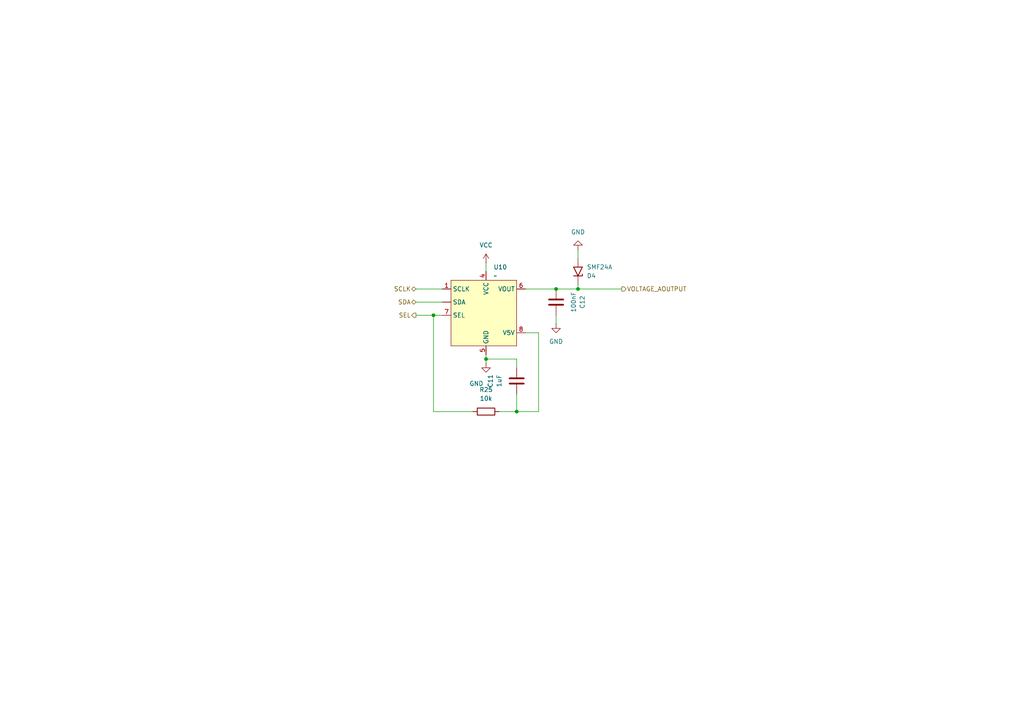
<source format=kicad_sch>
(kicad_sch
	(version 20250114)
	(generator "eeschema")
	(generator_version "9.0")
	(uuid "0bcaadb4-7b99-45cf-8ba8-705eb27bff83")
	(paper "A4")
	(lib_symbols
		(symbol "Device:C"
			(pin_numbers
				(hide yes)
			)
			(pin_names
				(offset 0.254)
			)
			(exclude_from_sim no)
			(in_bom yes)
			(on_board yes)
			(property "Reference" "C"
				(at 0.635 2.54 0)
				(effects
					(font
						(size 1.27 1.27)
					)
					(justify left)
				)
			)
			(property "Value" "C"
				(at 0.635 -2.54 0)
				(effects
					(font
						(size 1.27 1.27)
					)
					(justify left)
				)
			)
			(property "Footprint" ""
				(at 0.9652 -3.81 0)
				(effects
					(font
						(size 1.27 1.27)
					)
					(hide yes)
				)
			)
			(property "Datasheet" "~"
				(at 0 0 0)
				(effects
					(font
						(size 1.27 1.27)
					)
					(hide yes)
				)
			)
			(property "Description" "Unpolarized capacitor"
				(at 0 0 0)
				(effects
					(font
						(size 1.27 1.27)
					)
					(hide yes)
				)
			)
			(property "ki_keywords" "cap capacitor"
				(at 0 0 0)
				(effects
					(font
						(size 1.27 1.27)
					)
					(hide yes)
				)
			)
			(property "ki_fp_filters" "C_*"
				(at 0 0 0)
				(effects
					(font
						(size 1.27 1.27)
					)
					(hide yes)
				)
			)
			(symbol "C_0_1"
				(polyline
					(pts
						(xy -2.032 0.762) (xy 2.032 0.762)
					)
					(stroke
						(width 0.508)
						(type default)
					)
					(fill
						(type none)
					)
				)
				(polyline
					(pts
						(xy -2.032 -0.762) (xy 2.032 -0.762)
					)
					(stroke
						(width 0.508)
						(type default)
					)
					(fill
						(type none)
					)
				)
			)
			(symbol "C_1_1"
				(pin passive line
					(at 0 3.81 270)
					(length 2.794)
					(name "~"
						(effects
							(font
								(size 1.27 1.27)
							)
						)
					)
					(number "1"
						(effects
							(font
								(size 1.27 1.27)
							)
						)
					)
				)
				(pin passive line
					(at 0 -3.81 90)
					(length 2.794)
					(name "~"
						(effects
							(font
								(size 1.27 1.27)
							)
						)
					)
					(number "2"
						(effects
							(font
								(size 1.27 1.27)
							)
						)
					)
				)
			)
			(embedded_fonts no)
		)
		(symbol "Device:R"
			(pin_numbers
				(hide yes)
			)
			(pin_names
				(offset 0)
			)
			(exclude_from_sim no)
			(in_bom yes)
			(on_board yes)
			(property "Reference" "R"
				(at 2.032 0 90)
				(effects
					(font
						(size 1.27 1.27)
					)
				)
			)
			(property "Value" "R"
				(at 0 0 90)
				(effects
					(font
						(size 1.27 1.27)
					)
				)
			)
			(property "Footprint" ""
				(at -1.778 0 90)
				(effects
					(font
						(size 1.27 1.27)
					)
					(hide yes)
				)
			)
			(property "Datasheet" "~"
				(at 0 0 0)
				(effects
					(font
						(size 1.27 1.27)
					)
					(hide yes)
				)
			)
			(property "Description" "Resistor"
				(at 0 0 0)
				(effects
					(font
						(size 1.27 1.27)
					)
					(hide yes)
				)
			)
			(property "ki_keywords" "R res resistor"
				(at 0 0 0)
				(effects
					(font
						(size 1.27 1.27)
					)
					(hide yes)
				)
			)
			(property "ki_fp_filters" "R_*"
				(at 0 0 0)
				(effects
					(font
						(size 1.27 1.27)
					)
					(hide yes)
				)
			)
			(symbol "R_0_1"
				(rectangle
					(start -1.016 -2.54)
					(end 1.016 2.54)
					(stroke
						(width 0.254)
						(type default)
					)
					(fill
						(type none)
					)
				)
			)
			(symbol "R_1_1"
				(pin passive line
					(at 0 3.81 270)
					(length 1.27)
					(name "~"
						(effects
							(font
								(size 1.27 1.27)
							)
						)
					)
					(number "1"
						(effects
							(font
								(size 1.27 1.27)
							)
						)
					)
				)
				(pin passive line
					(at 0 -3.81 90)
					(length 1.27)
					(name "~"
						(effects
							(font
								(size 1.27 1.27)
							)
						)
					)
					(number "2"
						(effects
							(font
								(size 1.27 1.27)
							)
						)
					)
				)
			)
			(embedded_fonts no)
		)
		(symbol "Diode:SMF24A"
			(pin_numbers
				(hide yes)
			)
			(pin_names
				(offset 1.016)
				(hide yes)
			)
			(exclude_from_sim no)
			(in_bom yes)
			(on_board yes)
			(property "Reference" "D"
				(at 0 2.54 0)
				(effects
					(font
						(size 1.27 1.27)
					)
				)
			)
			(property "Value" "SMF24A"
				(at 0 -2.54 0)
				(effects
					(font
						(size 1.27 1.27)
					)
				)
			)
			(property "Footprint" "Diode_SMD:D_SMF"
				(at 0 -5.08 0)
				(effects
					(font
						(size 1.27 1.27)
					)
					(hide yes)
				)
			)
			(property "Datasheet" "https://www.vishay.com/doc?85881"
				(at -1.27 0 0)
				(effects
					(font
						(size 1.27 1.27)
					)
					(hide yes)
				)
			)
			(property "Description" "200W unidirectional Transil Transient Voltage Suppressor, 24Vrwm, SMF"
				(at 0 0 0)
				(effects
					(font
						(size 1.27 1.27)
					)
					(hide yes)
				)
			)
			(property "ki_keywords" "diode TVS voltage suppressor"
				(at 0 0 0)
				(effects
					(font
						(size 1.27 1.27)
					)
					(hide yes)
				)
			)
			(property "ki_fp_filters" "D*SMF*"
				(at 0 0 0)
				(effects
					(font
						(size 1.27 1.27)
					)
					(hide yes)
				)
			)
			(symbol "SMF24A_0_1"
				(polyline
					(pts
						(xy -0.762 1.27) (xy -1.27 1.27) (xy -1.27 -1.27)
					)
					(stroke
						(width 0.254)
						(type default)
					)
					(fill
						(type none)
					)
				)
				(polyline
					(pts
						(xy 1.27 1.27) (xy 1.27 -1.27) (xy -1.27 0) (xy 1.27 1.27)
					)
					(stroke
						(width 0.254)
						(type default)
					)
					(fill
						(type none)
					)
				)
			)
			(symbol "SMF24A_1_1"
				(pin passive line
					(at -3.81 0 0)
					(length 2.54)
					(name "A1"
						(effects
							(font
								(size 1.27 1.27)
							)
						)
					)
					(number "1"
						(effects
							(font
								(size 1.27 1.27)
							)
						)
					)
				)
				(pin passive line
					(at 3.81 0 180)
					(length 2.54)
					(name "A2"
						(effects
							(font
								(size 1.27 1.27)
							)
						)
					)
					(number "2"
						(effects
							(font
								(size 1.27 1.27)
							)
						)
					)
				)
			)
			(embedded_fonts no)
		)
		(symbol "Riqi_Parts:GP8201S"
			(exclude_from_sim no)
			(in_bom yes)
			(on_board yes)
			(property "Reference" "U"
				(at 0 0 0)
				(effects
					(font
						(size 1.27 1.27)
					)
				)
			)
			(property "Value" ""
				(at 0 0 0)
				(effects
					(font
						(size 1.27 1.27)
					)
				)
			)
			(property "Footprint" "Riqi_Parts:eSOP-8"
				(at 0 0 0)
				(effects
					(font
						(size 1.27 1.27)
					)
					(hide yes)
				)
			)
			(property "Datasheet" "https://lcsc.com/datasheet/lcsc_datasheet_2410121507_Guestgood-GP8201S-TC50-EW_C5240058.pdf"
				(at 0 0 0)
				(effects
					(font
						(size 1.27 1.27)
					)
					(hide yes)
				)
			)
			(property "Description" ""
				(at 0 0 0)
				(effects
					(font
						(size 1.27 1.27)
					)
					(hide yes)
				)
			)
			(symbol "GP8201S_1_1"
				(rectangle
					(start -3.81 -1.27)
					(end 15.24 -20.32)
					(stroke
						(width 0)
						(type solid)
					)
					(fill
						(type background)
					)
				)
				(pin passive line
					(at -6.35 -3.81 0)
					(length 2.54)
					(name "SCLK"
						(effects
							(font
								(size 1.27 1.27)
							)
						)
					)
					(number "1"
						(effects
							(font
								(size 1.27 1.27)
							)
						)
					)
				)
				(pin passive line
					(at -6.35 -7.62 0)
					(length 2.54)
					(name "SDA"
						(effects
							(font
								(size 1.27 1.27)
							)
						)
					)
					(number ""
						(effects
							(font
								(size 1.27 1.27)
							)
						)
					)
				)
				(pin passive line
					(at -6.35 -11.43 0)
					(length 2.54)
					(name "SEL"
						(effects
							(font
								(size 1.27 1.27)
							)
						)
					)
					(number "7"
						(effects
							(font
								(size 1.27 1.27)
							)
						)
					)
				)
				(pin passive line
					(at 6.35 1.27 270)
					(length 2.54)
					(name "VCC"
						(effects
							(font
								(size 1.27 1.27)
							)
						)
					)
					(number "4"
						(effects
							(font
								(size 1.27 1.27)
							)
						)
					)
				)
				(pin passive line
					(at 6.35 -22.86 90)
					(length 2.54)
					(name "GND"
						(effects
							(font
								(size 1.27 1.27)
							)
						)
					)
					(number "5"
						(effects
							(font
								(size 1.27 1.27)
							)
						)
					)
				)
				(pin passive line
					(at 17.78 -3.81 180)
					(length 2.54)
					(name "VOUT"
						(effects
							(font
								(size 1.27 1.27)
							)
						)
					)
					(number "6"
						(effects
							(font
								(size 1.27 1.27)
							)
						)
					)
				)
				(pin passive line
					(at 17.78 -16.51 180)
					(length 2.54)
					(name "V5V"
						(effects
							(font
								(size 1.27 1.27)
							)
						)
					)
					(number "8"
						(effects
							(font
								(size 1.27 1.27)
							)
						)
					)
				)
			)
			(embedded_fonts no)
		)
		(symbol "power:GND"
			(power)
			(pin_numbers
				(hide yes)
			)
			(pin_names
				(offset 0)
				(hide yes)
			)
			(exclude_from_sim no)
			(in_bom yes)
			(on_board yes)
			(property "Reference" "#PWR"
				(at 0 -6.35 0)
				(effects
					(font
						(size 1.27 1.27)
					)
					(hide yes)
				)
			)
			(property "Value" "GND"
				(at 0 -3.81 0)
				(effects
					(font
						(size 1.27 1.27)
					)
				)
			)
			(property "Footprint" ""
				(at 0 0 0)
				(effects
					(font
						(size 1.27 1.27)
					)
					(hide yes)
				)
			)
			(property "Datasheet" ""
				(at 0 0 0)
				(effects
					(font
						(size 1.27 1.27)
					)
					(hide yes)
				)
			)
			(property "Description" "Power symbol creates a global label with name \"GND\" , ground"
				(at 0 0 0)
				(effects
					(font
						(size 1.27 1.27)
					)
					(hide yes)
				)
			)
			(property "ki_keywords" "global power"
				(at 0 0 0)
				(effects
					(font
						(size 1.27 1.27)
					)
					(hide yes)
				)
			)
			(symbol "GND_0_1"
				(polyline
					(pts
						(xy 0 0) (xy 0 -1.27) (xy 1.27 -1.27) (xy 0 -2.54) (xy -1.27 -1.27) (xy 0 -1.27)
					)
					(stroke
						(width 0)
						(type default)
					)
					(fill
						(type none)
					)
				)
			)
			(symbol "GND_1_1"
				(pin power_in line
					(at 0 0 270)
					(length 0)
					(name "~"
						(effects
							(font
								(size 1.27 1.27)
							)
						)
					)
					(number "1"
						(effects
							(font
								(size 1.27 1.27)
							)
						)
					)
				)
			)
			(embedded_fonts no)
		)
		(symbol "power:VCC"
			(power)
			(pin_numbers
				(hide yes)
			)
			(pin_names
				(offset 0)
				(hide yes)
			)
			(exclude_from_sim no)
			(in_bom yes)
			(on_board yes)
			(property "Reference" "#PWR"
				(at 0 -3.81 0)
				(effects
					(font
						(size 1.27 1.27)
					)
					(hide yes)
				)
			)
			(property "Value" "VCC"
				(at 0 3.556 0)
				(effects
					(font
						(size 1.27 1.27)
					)
				)
			)
			(property "Footprint" ""
				(at 0 0 0)
				(effects
					(font
						(size 1.27 1.27)
					)
					(hide yes)
				)
			)
			(property "Datasheet" ""
				(at 0 0 0)
				(effects
					(font
						(size 1.27 1.27)
					)
					(hide yes)
				)
			)
			(property "Description" "Power symbol creates a global label with name \"VCC\""
				(at 0 0 0)
				(effects
					(font
						(size 1.27 1.27)
					)
					(hide yes)
				)
			)
			(property "ki_keywords" "global power"
				(at 0 0 0)
				(effects
					(font
						(size 1.27 1.27)
					)
					(hide yes)
				)
			)
			(symbol "VCC_0_1"
				(polyline
					(pts
						(xy -0.762 1.27) (xy 0 2.54)
					)
					(stroke
						(width 0)
						(type default)
					)
					(fill
						(type none)
					)
				)
				(polyline
					(pts
						(xy 0 2.54) (xy 0.762 1.27)
					)
					(stroke
						(width 0)
						(type default)
					)
					(fill
						(type none)
					)
				)
				(polyline
					(pts
						(xy 0 0) (xy 0 2.54)
					)
					(stroke
						(width 0)
						(type default)
					)
					(fill
						(type none)
					)
				)
			)
			(symbol "VCC_1_1"
				(pin power_in line
					(at 0 0 90)
					(length 0)
					(name "~"
						(effects
							(font
								(size 1.27 1.27)
							)
						)
					)
					(number "1"
						(effects
							(font
								(size 1.27 1.27)
							)
						)
					)
				)
			)
			(embedded_fonts no)
		)
	)
	(junction
		(at 125.73 91.44)
		(diameter 0)
		(color 0 0 0 0)
		(uuid "4f6e9b31-d3ce-41ee-95ed-f6c4e557eee9")
	)
	(junction
		(at 149.86 119.38)
		(diameter 0)
		(color 0 0 0 0)
		(uuid "c5d2cfeb-0566-4d6e-970b-a08bb14b8d33")
	)
	(junction
		(at 167.64 83.82)
		(diameter 0)
		(color 0 0 0 0)
		(uuid "c8f567f1-6eee-4110-a5e8-07002719faaa")
	)
	(junction
		(at 140.97 104.14)
		(diameter 0)
		(color 0 0 0 0)
		(uuid "cd442c45-d160-4b44-a2ab-31895ab0127c")
	)
	(junction
		(at 161.29 83.82)
		(diameter 0)
		(color 0 0 0 0)
		(uuid "fac1b807-c548-4013-aef5-c86f75021d19")
	)
	(wire
		(pts
			(xy 156.21 96.52) (xy 156.21 119.38)
		)
		(stroke
			(width 0)
			(type default)
		)
		(uuid "1136524e-ea1e-4e5a-ba58-86f9a62bc200")
	)
	(wire
		(pts
			(xy 140.97 76.2) (xy 140.97 78.74)
		)
		(stroke
			(width 0)
			(type default)
		)
		(uuid "16260803-0238-47ac-a689-a45945c8d742")
	)
	(wire
		(pts
			(xy 140.97 104.14) (xy 149.86 104.14)
		)
		(stroke
			(width 0)
			(type default)
		)
		(uuid "2cd9f44e-3be2-4cbe-87c8-f7b04a4fee06")
	)
	(wire
		(pts
			(xy 144.78 119.38) (xy 149.86 119.38)
		)
		(stroke
			(width 0)
			(type default)
		)
		(uuid "388bccae-8c39-4f99-ad6f-60e9fe846137")
	)
	(wire
		(pts
			(xy 156.21 96.52) (xy 152.4 96.52)
		)
		(stroke
			(width 0)
			(type default)
		)
		(uuid "446ebbb0-f9fc-43b0-8d27-600aedebee76")
	)
	(wire
		(pts
			(xy 120.65 87.63) (xy 128.27 87.63)
		)
		(stroke
			(width 0)
			(type default)
		)
		(uuid "4c8a7352-910d-4cff-9e35-5eed0bce28cf")
	)
	(wire
		(pts
			(xy 161.29 91.44) (xy 161.29 93.98)
		)
		(stroke
			(width 0)
			(type default)
		)
		(uuid "628c47bc-8c31-4537-b1b6-c1652f91eb44")
	)
	(wire
		(pts
			(xy 167.64 74.93) (xy 167.64 72.39)
		)
		(stroke
			(width 0)
			(type default)
		)
		(uuid "759bdf77-27ce-4bba-be04-6e0427bdf807")
	)
	(wire
		(pts
			(xy 161.29 83.82) (xy 167.64 83.82)
		)
		(stroke
			(width 0)
			(type default)
		)
		(uuid "77faa71e-8de2-40d7-87a6-498d6a89eb4c")
	)
	(wire
		(pts
			(xy 140.97 102.87) (xy 140.97 104.14)
		)
		(stroke
			(width 0)
			(type default)
		)
		(uuid "8af72a8e-b898-46d5-b08f-ac9a57c80a36")
	)
	(wire
		(pts
			(xy 152.4 83.82) (xy 161.29 83.82)
		)
		(stroke
			(width 0)
			(type default)
		)
		(uuid "8c095953-99b6-4a83-a949-86645ce8fb3d")
	)
	(wire
		(pts
			(xy 125.73 91.44) (xy 128.27 91.44)
		)
		(stroke
			(width 0)
			(type default)
		)
		(uuid "a6b3ac4f-c006-450f-9de0-15a33b408e24")
	)
	(wire
		(pts
			(xy 149.86 119.38) (xy 156.21 119.38)
		)
		(stroke
			(width 0)
			(type default)
		)
		(uuid "a887dfbd-d81f-4922-b14e-c48208a1d74c")
	)
	(wire
		(pts
			(xy 125.73 91.44) (xy 125.73 119.38)
		)
		(stroke
			(width 0)
			(type default)
		)
		(uuid "a8a8aa33-5dc0-4078-8b60-b00a45f1ebb2")
	)
	(wire
		(pts
			(xy 167.64 83.82) (xy 180.34 83.82)
		)
		(stroke
			(width 0)
			(type default)
		)
		(uuid "b1fd444d-8dd5-437d-a4aa-79d7eb9c944c")
	)
	(wire
		(pts
			(xy 120.65 83.82) (xy 128.27 83.82)
		)
		(stroke
			(width 0)
			(type default)
		)
		(uuid "b38d2bc7-c555-422a-971a-4ea82b18d88b")
	)
	(wire
		(pts
			(xy 149.86 106.68) (xy 149.86 104.14)
		)
		(stroke
			(width 0)
			(type default)
		)
		(uuid "b519c87b-ba29-456e-9205-42ccae31c044")
	)
	(wire
		(pts
			(xy 149.86 114.3) (xy 149.86 119.38)
		)
		(stroke
			(width 0)
			(type default)
		)
		(uuid "b540d0a9-f9c1-4c46-a000-b621b50bc8c5")
	)
	(wire
		(pts
			(xy 137.16 119.38) (xy 125.73 119.38)
		)
		(stroke
			(width 0)
			(type default)
		)
		(uuid "c14c94b5-13c7-41d1-8d98-1e36a9a2fa7b")
	)
	(wire
		(pts
			(xy 140.97 104.14) (xy 140.97 105.41)
		)
		(stroke
			(width 0)
			(type default)
		)
		(uuid "e197bfac-529c-4923-9b6e-8e1ff44a3065")
	)
	(wire
		(pts
			(xy 120.65 91.44) (xy 125.73 91.44)
		)
		(stroke
			(width 0)
			(type default)
		)
		(uuid "e8f7896e-a082-4fa1-9435-0957ef7856b8")
	)
	(wire
		(pts
			(xy 167.64 82.55) (xy 167.64 83.82)
		)
		(stroke
			(width 0)
			(type default)
		)
		(uuid "ea2866b3-83fe-4d76-b949-c7c7717565c7")
	)
	(hierarchical_label "SCLK"
		(shape bidirectional)
		(at 120.65 83.82 180)
		(effects
			(font
				(size 1.27 1.27)
			)
			(justify right)
		)
		(uuid "1fb8050a-8bae-4f3a-a9b8-dae595ff43fe")
	)
	(hierarchical_label "SEL"
		(shape output)
		(at 120.65 91.44 180)
		(effects
			(font
				(size 1.27 1.27)
			)
			(justify right)
		)
		(uuid "3fa02107-35c0-4bbe-a335-2ca81d44b78d")
	)
	(hierarchical_label "SDA"
		(shape bidirectional)
		(at 120.65 87.63 180)
		(effects
			(font
				(size 1.27 1.27)
			)
			(justify right)
		)
		(uuid "62ae1af2-9a4a-4196-9cc2-39a56b189f07")
	)
	(hierarchical_label "VOLTAGE_AOUTPUT"
		(shape output)
		(at 180.34 83.82 0)
		(effects
			(font
				(size 1.27 1.27)
			)
			(justify left)
		)
		(uuid "b26e6a44-9a59-429b-9ffa-cb56d0aa3ab7")
	)
	(symbol
		(lib_id "power:GND")
		(at 140.97 105.41 0)
		(unit 1)
		(exclude_from_sim no)
		(in_bom yes)
		(on_board yes)
		(dnp no)
		(uuid "0d36b151-1690-4e53-ac0a-4b56dace1e06")
		(property "Reference" "#PWR052"
			(at 140.97 111.76 0)
			(effects
				(font
					(size 1.27 1.27)
				)
				(hide yes)
			)
		)
		(property "Value" "GND"
			(at 138.176 111.252 0)
			(effects
				(font
					(size 1.27 1.27)
				)
			)
		)
		(property "Footprint" ""
			(at 140.97 105.41 0)
			(effects
				(font
					(size 1.27 1.27)
				)
				(hide yes)
			)
		)
		(property "Datasheet" ""
			(at 140.97 105.41 0)
			(effects
				(font
					(size 1.27 1.27)
				)
				(hide yes)
			)
		)
		(property "Description" "Power symbol creates a global label with name \"GND\" , ground"
			(at 140.97 105.41 0)
			(effects
				(font
					(size 1.27 1.27)
				)
				(hide yes)
			)
		)
		(pin "1"
			(uuid "6ae02edb-08f9-405c-a30d-29f52d2ca84d")
		)
		(instances
			(project ""
				(path "/8290cc18-06d0-4e02-a781-29a61ebc321a/9e4d7a0c-a5eb-4e88-9036-0c35e68b279a/11a8222e-f360-40de-9c02-857da7131a56"
					(reference "#PWR052")
					(unit 1)
				)
			)
			(project "NIVARA_ZorionX_BOARD"
				(path "/8e19332e-3534-4a04-99a8-04957ac8928f/11a8222e-f360-40de-9c02-857da7131a56"
					(reference "#PWR?")
					(unit 1)
				)
			)
		)
	)
	(symbol
		(lib_id "Riqi_Parts:GP8201S")
		(at 134.62 80.01 0)
		(unit 1)
		(exclude_from_sim no)
		(in_bom yes)
		(on_board yes)
		(dnp no)
		(fields_autoplaced yes)
		(uuid "3083f3de-6405-48c1-bfbc-8eba692dd5b1")
		(property "Reference" "U10"
			(at 143.1133 77.47 0)
			(effects
				(font
					(size 1.27 1.27)
				)
				(justify left)
			)
		)
		(property "Value" "~"
			(at 143.1133 80.01 0)
			(effects
				(font
					(size 1.27 1.27)
				)
				(justify left)
			)
		)
		(property "Footprint" "Riqi_Parts:eSOP-8"
			(at 134.62 80.01 0)
			(effects
				(font
					(size 1.27 1.27)
				)
				(hide yes)
			)
		)
		(property "Datasheet" "https://lcsc.com/datasheet/lcsc_datasheet_2410121507_Guestgood-GP8201S-TC50-EW_C5240058.pdf"
			(at 134.62 80.01 0)
			(effects
				(font
					(size 1.27 1.27)
				)
				(hide yes)
			)
		)
		(property "Description" ""
			(at 134.62 80.01 0)
			(effects
				(font
					(size 1.27 1.27)
				)
				(hide yes)
			)
		)
		(pin "4"
			(uuid "efb988f6-c932-4029-bf9c-8e7ccc9f8df9")
		)
		(pin "1"
			(uuid "e9600d62-9a79-451e-a838-6bfc7b851033")
		)
		(pin "5"
			(uuid "2171b937-6b58-4741-ada7-81d9b943e09e")
		)
		(pin "7"
			(uuid "a05c47a9-a9aa-4793-8a2c-ab43d38c0f5c")
		)
		(pin ""
			(uuid "4e6d7521-c851-4f33-8c82-e2293a2e9d88")
		)
		(pin "8"
			(uuid "9a7ce201-4337-4107-8e0a-a2c66d70e1e3")
		)
		(pin "6"
			(uuid "bdf14164-8516-4c07-8d3e-97d1bf96b75b")
		)
		(instances
			(project ""
				(path "/8290cc18-06d0-4e02-a781-29a61ebc321a/9e4d7a0c-a5eb-4e88-9036-0c35e68b279a/11a8222e-f360-40de-9c02-857da7131a56"
					(reference "U10")
					(unit 1)
				)
			)
			(project "NIVARA_ZorionX_BOARD"
				(path "/8e19332e-3534-4a04-99a8-04957ac8928f/11a8222e-f360-40de-9c02-857da7131a56"
					(reference "U?")
					(unit 1)
				)
			)
		)
	)
	(symbol
		(lib_id "power:VCC")
		(at 140.97 76.2 0)
		(unit 1)
		(exclude_from_sim no)
		(in_bom yes)
		(on_board yes)
		(dnp no)
		(fields_autoplaced yes)
		(uuid "32a4f282-1938-49ed-9804-2171ccd66d25")
		(property "Reference" "#PWR051"
			(at 140.97 80.01 0)
			(effects
				(font
					(size 1.27 1.27)
				)
				(hide yes)
			)
		)
		(property "Value" "VCC"
			(at 140.97 71.12 0)
			(effects
				(font
					(size 1.27 1.27)
				)
			)
		)
		(property "Footprint" ""
			(at 140.97 76.2 0)
			(effects
				(font
					(size 1.27 1.27)
				)
				(hide yes)
			)
		)
		(property "Datasheet" ""
			(at 140.97 76.2 0)
			(effects
				(font
					(size 1.27 1.27)
				)
				(hide yes)
			)
		)
		(property "Description" "Power symbol creates a global label with name \"VCC\""
			(at 140.97 76.2 0)
			(effects
				(font
					(size 1.27 1.27)
				)
				(hide yes)
			)
		)
		(pin "1"
			(uuid "8806bf15-8e95-4822-8b3d-92ca2ca38280")
		)
		(instances
			(project ""
				(path "/8290cc18-06d0-4e02-a781-29a61ebc321a/9e4d7a0c-a5eb-4e88-9036-0c35e68b279a/11a8222e-f360-40de-9c02-857da7131a56"
					(reference "#PWR051")
					(unit 1)
				)
			)
			(project "NIVARA_ZorionX_BOARD"
				(path "/8e19332e-3534-4a04-99a8-04957ac8928f/11a8222e-f360-40de-9c02-857da7131a56"
					(reference "#PWR?")
					(unit 1)
				)
			)
		)
	)
	(symbol
		(lib_id "power:GND")
		(at 167.64 72.39 0)
		(mirror x)
		(unit 1)
		(exclude_from_sim no)
		(in_bom yes)
		(on_board yes)
		(dnp no)
		(fields_autoplaced yes)
		(uuid "662b6e9a-245d-4a1f-b92b-f2a9faa0457a")
		(property "Reference" "#PWR054"
			(at 167.64 66.04 0)
			(effects
				(font
					(size 1.27 1.27)
				)
				(hide yes)
			)
		)
		(property "Value" "GND"
			(at 167.64 67.31 0)
			(effects
				(font
					(size 1.27 1.27)
				)
			)
		)
		(property "Footprint" ""
			(at 167.64 72.39 0)
			(effects
				(font
					(size 1.27 1.27)
				)
				(hide yes)
			)
		)
		(property "Datasheet" ""
			(at 167.64 72.39 0)
			(effects
				(font
					(size 1.27 1.27)
				)
				(hide yes)
			)
		)
		(property "Description" "Power symbol creates a global label with name \"GND\" , ground"
			(at 167.64 72.39 0)
			(effects
				(font
					(size 1.27 1.27)
				)
				(hide yes)
			)
		)
		(pin "1"
			(uuid "21e7dea8-dc65-49ba-b955-ef1b8542ed03")
		)
		(instances
			(project "NIVARA"
				(path "/8290cc18-06d0-4e02-a781-29a61ebc321a/9e4d7a0c-a5eb-4e88-9036-0c35e68b279a/11a8222e-f360-40de-9c02-857da7131a56"
					(reference "#PWR054")
					(unit 1)
				)
			)
			(project "NIVARA_ZorionX_BOARD"
				(path "/8e19332e-3534-4a04-99a8-04957ac8928f/11a8222e-f360-40de-9c02-857da7131a56"
					(reference "#PWR?")
					(unit 1)
				)
			)
		)
	)
	(symbol
		(lib_id "Diode:SMF24A")
		(at 167.64 78.74 270)
		(mirror x)
		(unit 1)
		(exclude_from_sim no)
		(in_bom yes)
		(on_board yes)
		(dnp no)
		(fields_autoplaced yes)
		(uuid "70958a0c-14cd-498d-96c7-6784d8276f5e")
		(property "Reference" "D4"
			(at 170.18 80.0101 90)
			(effects
				(font
					(size 1.27 1.27)
				)
				(justify left)
			)
		)
		(property "Value" "SMF24A"
			(at 170.18 77.4701 90)
			(effects
				(font
					(size 1.27 1.27)
				)
				(justify left)
			)
		)
		(property "Footprint" "Diode_SMD:D_SMF"
			(at 162.56 78.74 0)
			(effects
				(font
					(size 1.27 1.27)
				)
				(hide yes)
			)
		)
		(property "Datasheet" "https://www.vishay.com/doc?85881"
			(at 167.64 80.01 0)
			(effects
				(font
					(size 1.27 1.27)
				)
				(hide yes)
			)
		)
		(property "Description" "200W unidirectional Transil Transient Voltage Suppressor, 24Vrwm, SMF"
			(at 167.64 78.74 0)
			(effects
				(font
					(size 1.27 1.27)
				)
				(hide yes)
			)
		)
		(property "LCSC#" "C7495269"
			(at 167.64 78.74 90)
			(effects
				(font
					(size 1.27 1.27)
				)
				(hide yes)
			)
		)
		(pin "1"
			(uuid "5d6114e7-4d01-46e9-b6f8-13b34735f7d8")
		)
		(pin "2"
			(uuid "20826ab0-bcd0-4e56-a872-7397b8be6b21")
		)
		(instances
			(project ""
				(path "/8290cc18-06d0-4e02-a781-29a61ebc321a/9e4d7a0c-a5eb-4e88-9036-0c35e68b279a/11a8222e-f360-40de-9c02-857da7131a56"
					(reference "D4")
					(unit 1)
				)
			)
			(project "NIVARA_ZorionX_BOARD"
				(path "/8e19332e-3534-4a04-99a8-04957ac8928f/11a8222e-f360-40de-9c02-857da7131a56"
					(reference "D?")
					(unit 1)
				)
			)
		)
	)
	(symbol
		(lib_id "Device:C")
		(at 149.86 110.49 0)
		(unit 1)
		(exclude_from_sim no)
		(in_bom yes)
		(on_board yes)
		(dnp no)
		(uuid "b6a894aa-f515-4d38-a765-726d545de0a9")
		(property "Reference" "C11"
			(at 142.24 110.49 90)
			(effects
				(font
					(size 1.27 1.27)
				)
			)
		)
		(property "Value" "1uF"
			(at 144.78 110.49 90)
			(effects
				(font
					(size 1.27 1.27)
				)
			)
		)
		(property "Footprint" "Capacitor_SMD:C_0805_2012Metric"
			(at 150.8252 114.3 0)
			(effects
				(font
					(size 1.27 1.27)
				)
				(hide yes)
			)
		)
		(property "Datasheet" "~"
			(at 149.86 110.49 0)
			(effects
				(font
					(size 1.27 1.27)
				)
				(hide yes)
			)
		)
		(property "Description" "Unpolarized capacitor"
			(at 149.86 110.49 0)
			(effects
				(font
					(size 1.27 1.27)
				)
				(hide yes)
			)
		)
		(pin "2"
			(uuid "17b6e5d4-8d3f-4e43-a094-12bbba6c2a15")
		)
		(pin "1"
			(uuid "940082d0-31e0-4ec3-920b-9b59a3d1c782")
		)
		(instances
			(project ""
				(path "/8290cc18-06d0-4e02-a781-29a61ebc321a/9e4d7a0c-a5eb-4e88-9036-0c35e68b279a/11a8222e-f360-40de-9c02-857da7131a56"
					(reference "C11")
					(unit 1)
				)
			)
			(project "NIVARA_ZorionX_BOARD"
				(path "/8e19332e-3534-4a04-99a8-04957ac8928f/11a8222e-f360-40de-9c02-857da7131a56"
					(reference "C?")
					(unit 1)
				)
			)
		)
	)
	(symbol
		(lib_id "power:GND")
		(at 161.29 93.98 0)
		(unit 1)
		(exclude_from_sim no)
		(in_bom yes)
		(on_board yes)
		(dnp no)
		(fields_autoplaced yes)
		(uuid "bba1afef-4158-4353-ac2f-1c0cdacfd82d")
		(property "Reference" "#PWR053"
			(at 161.29 100.33 0)
			(effects
				(font
					(size 1.27 1.27)
				)
				(hide yes)
			)
		)
		(property "Value" "GND"
			(at 161.29 99.06 0)
			(effects
				(font
					(size 1.27 1.27)
				)
			)
		)
		(property "Footprint" ""
			(at 161.29 93.98 0)
			(effects
				(font
					(size 1.27 1.27)
				)
				(hide yes)
			)
		)
		(property "Datasheet" ""
			(at 161.29 93.98 0)
			(effects
				(font
					(size 1.27 1.27)
				)
				(hide yes)
			)
		)
		(property "Description" "Power symbol creates a global label with name \"GND\" , ground"
			(at 161.29 93.98 0)
			(effects
				(font
					(size 1.27 1.27)
				)
				(hide yes)
			)
		)
		(pin "1"
			(uuid "b2663e65-be23-4ee1-9e9a-073730702b13")
		)
		(instances
			(project "NIVARA"
				(path "/8290cc18-06d0-4e02-a781-29a61ebc321a/9e4d7a0c-a5eb-4e88-9036-0c35e68b279a/11a8222e-f360-40de-9c02-857da7131a56"
					(reference "#PWR053")
					(unit 1)
				)
			)
			(project "NIVARA_ZorionX_BOARD"
				(path "/8e19332e-3534-4a04-99a8-04957ac8928f/11a8222e-f360-40de-9c02-857da7131a56"
					(reference "#PWR?")
					(unit 1)
				)
			)
		)
	)
	(symbol
		(lib_id "Device:C")
		(at 161.29 87.63 180)
		(unit 1)
		(exclude_from_sim no)
		(in_bom yes)
		(on_board yes)
		(dnp no)
		(uuid "ddb04e3c-561d-41ad-bae2-3a5e343ae6fa")
		(property "Reference" "C12"
			(at 168.91 87.63 90)
			(effects
				(font
					(size 1.27 1.27)
				)
			)
		)
		(property "Value" "100nF"
			(at 166.37 87.63 90)
			(effects
				(font
					(size 1.27 1.27)
				)
			)
		)
		(property "Footprint" "Capacitor_SMD:C_0805_2012Metric"
			(at 160.3248 83.82 0)
			(effects
				(font
					(size 1.27 1.27)
				)
				(hide yes)
			)
		)
		(property "Datasheet" "~"
			(at 161.29 87.63 0)
			(effects
				(font
					(size 1.27 1.27)
				)
				(hide yes)
			)
		)
		(property "Description" "Unpolarized capacitor"
			(at 161.29 87.63 0)
			(effects
				(font
					(size 1.27 1.27)
				)
				(hide yes)
			)
		)
		(pin "2"
			(uuid "6dbcc052-a428-4c49-8a9b-fb49fec7b57e")
		)
		(pin "1"
			(uuid "f868081e-22eb-4a51-8e20-ce2eaeb53f0f")
		)
		(instances
			(project "NIVARA"
				(path "/8290cc18-06d0-4e02-a781-29a61ebc321a/9e4d7a0c-a5eb-4e88-9036-0c35e68b279a/11a8222e-f360-40de-9c02-857da7131a56"
					(reference "C12")
					(unit 1)
				)
			)
			(project "NIVARA_ZorionX_BOARD"
				(path "/8e19332e-3534-4a04-99a8-04957ac8928f/11a8222e-f360-40de-9c02-857da7131a56"
					(reference "C?")
					(unit 1)
				)
			)
		)
	)
	(symbol
		(lib_id "Device:R")
		(at 140.97 119.38 90)
		(unit 1)
		(exclude_from_sim no)
		(in_bom yes)
		(on_board yes)
		(dnp no)
		(fields_autoplaced yes)
		(uuid "e99df2aa-36c8-4e39-9588-0da6881d6d75")
		(property "Reference" "R25"
			(at 140.97 113.03 90)
			(effects
				(font
					(size 1.27 1.27)
				)
			)
		)
		(property "Value" "10k"
			(at 140.97 115.57 90)
			(effects
				(font
					(size 1.27 1.27)
				)
			)
		)
		(property "Footprint" "Resistor_SMD:R_0603_1608Metric"
			(at 140.97 121.158 90)
			(effects
				(font
					(size 1.27 1.27)
				)
				(hide yes)
			)
		)
		(property "Datasheet" "~"
			(at 140.97 119.38 0)
			(effects
				(font
					(size 1.27 1.27)
				)
				(hide yes)
			)
		)
		(property "Description" "Resistor"
			(at 140.97 119.38 0)
			(effects
				(font
					(size 1.27 1.27)
				)
				(hide yes)
			)
		)
		(pin "2"
			(uuid "911550a5-5f96-4361-8d42-30a2f1be9463")
		)
		(pin "1"
			(uuid "5868d3d0-367d-4779-832e-8e43f8ecca3f")
		)
		(instances
			(project ""
				(path "/8290cc18-06d0-4e02-a781-29a61ebc321a/9e4d7a0c-a5eb-4e88-9036-0c35e68b279a/11a8222e-f360-40de-9c02-857da7131a56"
					(reference "R25")
					(unit 1)
				)
			)
			(project "NIVARA_ZorionX_BOARD"
				(path "/8e19332e-3534-4a04-99a8-04957ac8928f/11a8222e-f360-40de-9c02-857da7131a56"
					(reference "R?")
					(unit 1)
				)
			)
		)
	)
)

</source>
